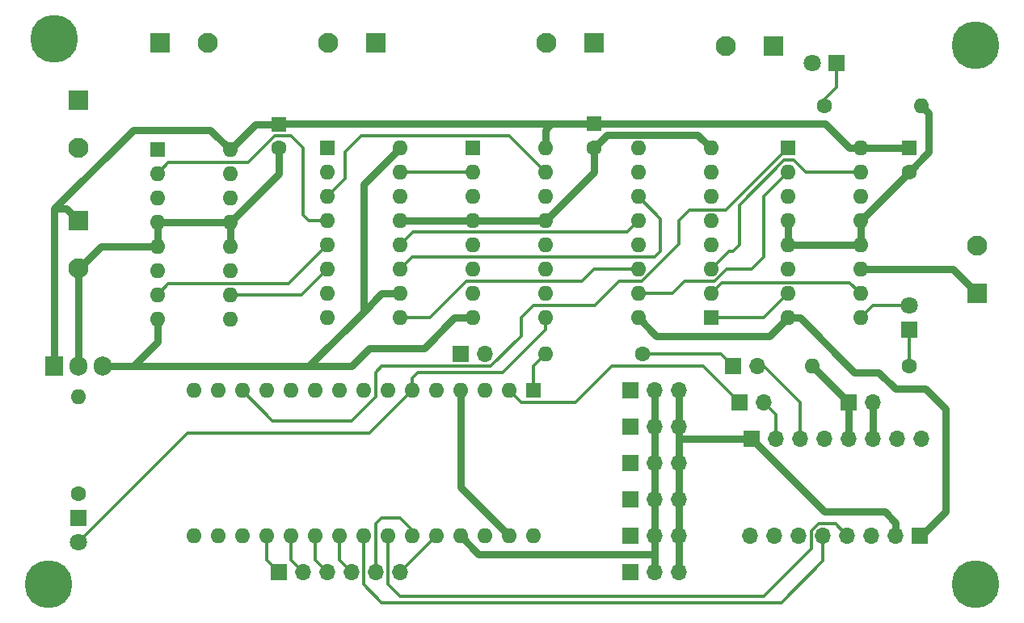
<source format=gbr>
%TF.GenerationSoftware,KiCad,Pcbnew,7.0.2-0*%
%TF.CreationDate,2023-05-15T00:05:49+08:00*%
%TF.ProjectId,____,5ffb7408-2e6b-4696-9361-645f70636258,rev?*%
%TF.SameCoordinates,Original*%
%TF.FileFunction,Copper,L2,Bot*%
%TF.FilePolarity,Positive*%
%FSLAX46Y46*%
G04 Gerber Fmt 4.6, Leading zero omitted, Abs format (unit mm)*
G04 Created by KiCad (PCBNEW 7.0.2-0) date 2023-05-15 00:05:49*
%MOMM*%
%LPD*%
G01*
G04 APERTURE LIST*
%TA.AperFunction,ComponentPad*%
%ADD10R,1.700000X1.700000*%
%TD*%
%TA.AperFunction,ComponentPad*%
%ADD11O,1.700000X1.700000*%
%TD*%
%TA.AperFunction,ComponentPad*%
%ADD12R,1.600000X1.600000*%
%TD*%
%TA.AperFunction,ComponentPad*%
%ADD13O,1.600000X1.600000*%
%TD*%
%TA.AperFunction,ComponentPad*%
%ADD14R,2.100000X2.100000*%
%TD*%
%TA.AperFunction,ComponentPad*%
%ADD15C,2.100000*%
%TD*%
%TA.AperFunction,ComponentPad*%
%ADD16C,1.600000*%
%TD*%
%TA.AperFunction,ComponentPad*%
%ADD17R,1.800000X1.800000*%
%TD*%
%TA.AperFunction,ComponentPad*%
%ADD18C,1.800000*%
%TD*%
%TA.AperFunction,ComponentPad*%
%ADD19R,1.905000X2.000000*%
%TD*%
%TA.AperFunction,ComponentPad*%
%ADD20O,1.905000X2.000000*%
%TD*%
%TA.AperFunction,ViaPad*%
%ADD21C,5.000000*%
%TD*%
%TA.AperFunction,Conductor*%
%ADD22C,0.304800*%
%TD*%
%TA.AperFunction,Conductor*%
%ADD23C,0.762000*%
%TD*%
G04 APERTURE END LIST*
D10*
%TO.P,J14,1,Pin_1*%
%TO.N,/nano_A0*%
X63500000Y-92710000D03*
D11*
%TO.P,J14,2,Pin_2*%
%TO.N,/nano_A1*%
X66040000Y-92710000D03*
%TO.P,J14,3,Pin_3*%
%TO.N,/nano_A2*%
X68580000Y-92710000D03*
%TO.P,J14,4,Pin_4*%
%TO.N,/nano_A3*%
X71120000Y-92710000D03*
%TO.P,J14,5,Pin_5*%
%TO.N,/nano_A6*%
X73660000Y-92710000D03*
%TO.P,J14,6,Pin_6*%
%TO.N,/nano_A7*%
X76200000Y-92710000D03*
%TD*%
D10*
%TO.P,J7,1,Pin_1*%
%TO.N,GND*%
X123190000Y-74930000D03*
D11*
%TO.P,J7,2,Pin_2*%
%TO.N,/esp32_GPI0*%
X125730000Y-74930000D03*
%TD*%
D12*
%TO.P,U7,1,EN1\u002C2*%
%TO.N,/motor5_speed*%
X116840000Y-48260000D03*
D13*
%TO.P,U7,2,1A*%
%TO.N,/motor5_A*%
X116840000Y-50800000D03*
%TO.P,U7,3,1Y*%
%TO.N,/shoot+*%
X116840000Y-53340000D03*
%TO.P,U7,4,GND*%
%TO.N,GND*%
X116840000Y-55880000D03*
%TO.P,U7,5,GND*%
X116840000Y-58420000D03*
%TO.P,U7,6,2Y*%
%TO.N,/shoot-*%
X116840000Y-60960000D03*
%TO.P,U7,7,2A*%
%TO.N,/motor5_B*%
X116840000Y-63500000D03*
%TO.P,U7,8,VCC2*%
%TO.N,+5V*%
X116840000Y-66040000D03*
%TO.P,U7,9,EN3\u002C4*%
%TO.N,/motor6_speed*%
X124460000Y-66040000D03*
%TO.P,U7,10,3A*%
%TO.N,/motor6_A*%
X124460000Y-63500000D03*
%TO.P,U7,11,3Y*%
%TO.N,/tilt+*%
X124460000Y-60960000D03*
%TO.P,U7,12,GND*%
%TO.N,GND*%
X124460000Y-58420000D03*
%TO.P,U7,13,GND*%
X124460000Y-55880000D03*
%TO.P,U7,14,4Y*%
%TO.N,/tilt-*%
X124460000Y-53340000D03*
%TO.P,U7,15,4A*%
%TO.N,/motor6_B*%
X124460000Y-50800000D03*
%TO.P,U7,16,VCC1*%
%TO.N,+12V*%
X124460000Y-48260000D03*
%TD*%
D14*
%TO.P,J16,1,Pin_1*%
%TO.N,/motorRF+*%
X96520000Y-37236400D03*
D15*
%TO.P,J16,2,Pin_2*%
%TO.N,/motorRF-*%
X91520000Y-37236400D03*
%TD*%
D10*
%TO.P,J4,1,Pin_1*%
%TO.N,/nano_RX*%
X111760000Y-74930000D03*
D11*
%TO.P,J4,2,Pin_2*%
%TO.N,/esp32_TX*%
X114300000Y-74930000D03*
%TD*%
D16*
%TO.P,R2,1*%
%TO.N,Net-(D1-K)*%
X42545000Y-84455000D03*
D13*
%TO.P,R2,2*%
%TO.N,GND*%
X42545000Y-74295000D03*
%TD*%
%TO.P,U3,16,VCC*%
%TO.N,+5V*%
X76200000Y-48260000D03*
%TO.P,U3,15,QA*%
%TO.N,/motor1_A*%
X76200000Y-50800000D03*
%TO.P,U3,14,SER*%
%TO.N,/signal_595*%
X76200000Y-53340000D03*
%TO.P,U3,13,~{OE}*%
%TO.N,GND*%
X76200000Y-55880000D03*
%TO.P,U3,12,RCLK*%
%TO.N,/595RCLK*%
X76200000Y-58420000D03*
%TO.P,U3,11,SRCLK*%
%TO.N,/595SCLK*%
X76200000Y-60960000D03*
%TO.P,U3,10,~{SRCLR}*%
%TO.N,+5V*%
X76200000Y-63500000D03*
%TO.P,U3,9,QH'*%
%TO.N,Net-(U3-QH')*%
X76200000Y-66040000D03*
%TO.P,U3,8,GND*%
%TO.N,GND*%
X68580000Y-66040000D03*
%TO.P,U3,7,QH*%
%TO.N,/motor4_B*%
X68580000Y-63500000D03*
%TO.P,U3,6,QG*%
%TO.N,/motor4_A*%
X68580000Y-60960000D03*
%TO.P,U3,5,QF*%
%TO.N,/motor3_B*%
X68580000Y-58420000D03*
%TO.P,U3,4,QE*%
%TO.N,/motor3_A*%
X68580000Y-55880000D03*
%TO.P,U3,3,QD*%
%TO.N,/motor2_B*%
X68580000Y-53340000D03*
%TO.P,U3,2,QC*%
%TO.N,/motor2_A*%
X68580000Y-50800000D03*
D12*
%TO.P,U3,1,QB*%
%TO.N,/motor1_B*%
X68580000Y-48260000D03*
%TD*%
D10*
%TO.P,J6,1,Pin_1*%
%TO.N,GND*%
X82550000Y-69850000D03*
D11*
%TO.P,J6,2,Pin_2*%
%TO.N,/nano_reset*%
X85090000Y-69850000D03*
%TD*%
D14*
%TO.P,J15,1,Pin_1*%
%TO.N,/motorLF+*%
X73685400Y-37236400D03*
D15*
%TO.P,J15,2,Pin_2*%
%TO.N,/motorLF-*%
X68685400Y-37236400D03*
%TD*%
D12*
%TO.P,C1,1*%
%TO.N,+12V*%
X63500000Y-45760000D03*
D16*
%TO.P,C1,2*%
%TO.N,GND*%
X63500000Y-48260000D03*
%TD*%
D14*
%TO.P,J18,1,Pin_1*%
%TO.N,/motorRB+*%
X51077100Y-37283200D03*
D15*
%TO.P,J18,2,Pin_2*%
%TO.N,/motorRB-*%
X56077100Y-37283200D03*
%TD*%
D17*
%TO.P,D3,1,K*%
%TO.N,Net-(D3-K)*%
X129540000Y-67310000D03*
D18*
%TO.P,D3,2,A*%
%TO.N,/motor6_speed*%
X129540000Y-64770000D03*
%TD*%
D12*
%TO.P,U4,1,QB*%
%TO.N,/motor5_B*%
X108800000Y-66040000D03*
D13*
%TO.P,U4,2,QC*%
%TO.N,/motor6_A*%
X108800000Y-63500000D03*
%TO.P,U4,3,QD*%
%TO.N,/motor6_B*%
X108800000Y-60960000D03*
%TO.P,U4,4,QE*%
%TO.N,unconnected-(U4-QE-Pad4)*%
X108800000Y-58420000D03*
%TO.P,U4,5,QF*%
%TO.N,unconnected-(U4-QF-Pad5)*%
X108800000Y-55880000D03*
%TO.P,U4,6,QG*%
%TO.N,unconnected-(U4-QG-Pad6)*%
X108800000Y-53340000D03*
%TO.P,U4,7,QH*%
%TO.N,unconnected-(U4-QH-Pad7)*%
X108800000Y-50800000D03*
%TO.P,U4,8,GND*%
%TO.N,GND*%
X108800000Y-48260000D03*
%TO.P,U4,9,QH'*%
%TO.N,unconnected-(U4-QH'-Pad9)*%
X101180000Y-48260000D03*
%TO.P,U4,10,~{SRCLR}*%
%TO.N,+5V*%
X101180000Y-50800000D03*
%TO.P,U4,11,SRCLK*%
%TO.N,/595SCLK*%
X101180000Y-53340000D03*
%TO.P,U4,12,RCLK*%
%TO.N,/595RCLK*%
X101180000Y-55880000D03*
%TO.P,U4,13,~{OE}*%
%TO.N,GND*%
X101180000Y-58420000D03*
%TO.P,U4,14,SER*%
%TO.N,Net-(U3-QH')*%
X101180000Y-60960000D03*
%TO.P,U4,15,QA*%
%TO.N,/motor5_A*%
X101180000Y-63500000D03*
%TO.P,U4,16,VCC*%
%TO.N,+5V*%
X101180000Y-66040000D03*
%TD*%
D12*
%TO.P,C2,1*%
%TO.N,+12V*%
X129540000Y-48260000D03*
D16*
%TO.P,C2,2*%
%TO.N,GND*%
X129540000Y-50760000D03*
%TD*%
D10*
%TO.P,J3,1,Pin_1*%
%TO.N,GND*%
X113030000Y-78740000D03*
D11*
%TO.P,J3,2,Pin_2*%
%TO.N,/esp32_TX*%
X115570000Y-78740000D03*
%TO.P,J3,3,Pin_3*%
%TO.N,/esp32_RX*%
X118110000Y-78740000D03*
%TO.P,J3,4,Pin_4*%
%TO.N,unconnected-(J3-Pin_4-Pad4)*%
X120650000Y-78740000D03*
%TO.P,J3,5,Pin_5*%
%TO.N,GND*%
X123190000Y-78740000D03*
%TO.P,J3,6,Pin_6*%
%TO.N,/esp32_GPI0*%
X125730000Y-78740000D03*
%TO.P,J3,7,Pin_7*%
%TO.N,unconnected-(J3-Pin_7-Pad7)*%
X128270000Y-78740000D03*
%TO.P,J3,8,Pin_8*%
%TO.N,unconnected-(J3-Pin_8-Pad8)*%
X130810000Y-78740000D03*
%TD*%
D10*
%TO.P,J11,1,Pin_1*%
%TO.N,/nano_D9*%
X100330000Y-85090000D03*
D11*
%TO.P,J11,2,Pin_2*%
%TO.N,+5V*%
X102870000Y-85090000D03*
%TO.P,J11,3,Pin_3*%
%TO.N,GND*%
X105410000Y-85090000D03*
%TD*%
D16*
%TO.P,R4,1*%
%TO.N,Net-(D3-K)*%
X129540000Y-71120000D03*
D13*
%TO.P,R4,2*%
%TO.N,GND*%
X119380000Y-71120000D03*
%TD*%
D19*
%TO.P,U2,1,VI*%
%TO.N,+12V*%
X40005000Y-71120000D03*
D20*
%TO.P,U2,2,GND*%
%TO.N,GND*%
X42545000Y-71120000D03*
%TO.P,U2,3,VO*%
%TO.N,+5V*%
X45085000Y-71120000D03*
%TD*%
D10*
%TO.P,J2,1,Pin_1*%
%TO.N,+5V*%
X130708400Y-88849200D03*
D11*
%TO.P,J2,2,Pin_2*%
%TO.N,GND*%
X128168400Y-88849200D03*
%TO.P,J2,3,Pin_3*%
%TO.N,unconnected-(J2-Pin_3-Pad3)*%
X125628400Y-88849200D03*
%TO.P,J2,4,Pin_4*%
%TO.N,/SCL*%
X123088400Y-88849200D03*
%TO.P,J2,5,Pin_5*%
%TO.N,/SDA*%
X120548400Y-88849200D03*
%TO.P,J2,6,Pin_6*%
%TO.N,unconnected-(J2-Pin_6-Pad6)*%
X118008400Y-88849200D03*
%TO.P,J2,7,Pin_7*%
%TO.N,unconnected-(J2-Pin_7-Pad7)*%
X115468400Y-88849200D03*
%TO.P,J2,8,Pin_8*%
%TO.N,unconnected-(J2-Pin_8-Pad8)*%
X112928400Y-88849200D03*
%TD*%
D17*
%TO.P,D1,1,K*%
%TO.N,Net-(D1-K)*%
X42545000Y-86995000D03*
D18*
%TO.P,D1,2,A*%
%TO.N,/wheel_speed*%
X42545000Y-89535000D03*
%TD*%
D10*
%TO.P,J12,1,Pin_1*%
%TO.N,/nano_D12*%
X100330000Y-88900000D03*
D11*
%TO.P,J12,2,Pin_2*%
%TO.N,+5V*%
X102870000Y-88900000D03*
%TO.P,J12,3,Pin_3*%
%TO.N,GND*%
X105410000Y-88900000D03*
%TD*%
D12*
%TO.P,A1,1,D1/TX*%
%TO.N,Net-(A1-D1{slash}TX)*%
X90170000Y-73670000D03*
D13*
%TO.P,A1,2,D0/RX*%
%TO.N,/nano_RX*%
X87630000Y-73670000D03*
%TO.P,A1,3,~{RESET}*%
%TO.N,/nano_reset*%
X85090000Y-73670000D03*
%TO.P,A1,4,GND*%
%TO.N,GND*%
X82550000Y-73670000D03*
%TO.P,A1,5,D2*%
%TO.N,/nano_D2*%
X80010000Y-73670000D03*
%TO.P,A1,6,D3*%
%TO.N,/wheel_speed*%
X77470000Y-73670000D03*
%TO.P,A1,7,D4*%
%TO.N,/signal_595*%
X74930000Y-73670000D03*
%TO.P,A1,8,D5*%
%TO.N,/nano_D5*%
X72390000Y-73670000D03*
%TO.P,A1,9,D6*%
%TO.N,/nano_D6*%
X69850000Y-73670000D03*
%TO.P,A1,10,D7*%
%TO.N,/595SCLK*%
X67310000Y-73670000D03*
%TO.P,A1,11,D8*%
%TO.N,/595RCLK*%
X64770000Y-73670000D03*
%TO.P,A1,12,D9*%
%TO.N,/nano_D9*%
X62230000Y-73670000D03*
%TO.P,A1,13,D10*%
%TO.N,/motor5_speed*%
X59690000Y-73670000D03*
%TO.P,A1,14,D11*%
%TO.N,/motor6_speed*%
X57150000Y-73670000D03*
%TO.P,A1,15,D12*%
%TO.N,/nano_D12*%
X54610000Y-73670000D03*
%TO.P,A1,16,D13*%
%TO.N,/nano_D13*%
X54610000Y-88910000D03*
%TO.P,A1,17,3V3*%
%TO.N,unconnected-(A1-3V3-Pad17)*%
X57150000Y-88910000D03*
%TO.P,A1,18,AREF*%
%TO.N,unconnected-(A1-AREF-Pad18)*%
X59690000Y-88910000D03*
%TO.P,A1,19,A0*%
%TO.N,/nano_A0*%
X62230000Y-88910000D03*
%TO.P,A1,20,A1*%
%TO.N,/nano_A1*%
X64770000Y-88910000D03*
%TO.P,A1,21,A2*%
%TO.N,/nano_A2*%
X67310000Y-88910000D03*
%TO.P,A1,22,A3*%
%TO.N,/nano_A3*%
X69850000Y-88910000D03*
%TO.P,A1,23,A4*%
%TO.N,/SDA*%
X72390000Y-88910000D03*
%TO.P,A1,24,A5*%
%TO.N,/SCL*%
X74930000Y-88910000D03*
%TO.P,A1,25,A6*%
%TO.N,/nano_A6*%
X77470000Y-88910000D03*
%TO.P,A1,26,A7*%
%TO.N,/nano_A7*%
X80010000Y-88910000D03*
%TO.P,A1,27,+5V*%
%TO.N,+5V*%
X82550000Y-88910000D03*
%TO.P,A1,28,~{RESET}*%
%TO.N,unconnected-(A1-~{RESET}-Pad28)*%
X85090000Y-88910000D03*
%TO.P,A1,29,GND*%
%TO.N,GND*%
X87630000Y-88910000D03*
%TO.P,A1,30,VIN*%
%TO.N,unconnected-(A1-VIN-Pad30)*%
X90170000Y-88910000D03*
%TD*%
D16*
%TO.P,R3,1*%
%TO.N,Net-(D2-K)*%
X120650000Y-43815000D03*
D13*
%TO.P,R3,2*%
%TO.N,GND*%
X130810000Y-43815000D03*
%TD*%
D16*
%TO.P,R1,1*%
%TO.N,/nano_TX*%
X101600000Y-69850000D03*
D13*
%TO.P,R1,2*%
%TO.N,Net-(A1-D1{slash}TX)*%
X91440000Y-69850000D03*
%TD*%
D16*
%TO.P,C3,2*%
%TO.N,GND*%
X96520000Y-48220000D03*
D12*
%TO.P,C3,1*%
%TO.N,+12V*%
X96520000Y-45720000D03*
%TD*%
D10*
%TO.P,J9,1,Pin_1*%
%TO.N,/nano_D5*%
X100330000Y-77470000D03*
D11*
%TO.P,J9,2,Pin_2*%
%TO.N,+5V*%
X102870000Y-77470000D03*
%TO.P,J9,3,Pin_3*%
%TO.N,GND*%
X105410000Y-77470000D03*
%TD*%
D14*
%TO.P,J20,1,Pin_1*%
%TO.N,/tilt+*%
X136677400Y-63460000D03*
D15*
%TO.P,J20,2,Pin_2*%
%TO.N,/tilt-*%
X136677400Y-58460000D03*
%TD*%
D10*
%TO.P,J10,1,Pin_1*%
%TO.N,/nano_D6*%
X100330000Y-81280000D03*
D11*
%TO.P,J10,2,Pin_2*%
%TO.N,+5V*%
X102870000Y-81280000D03*
%TO.P,J10,3,Pin_3*%
%TO.N,GND*%
X105410000Y-81280000D03*
%TD*%
D12*
%TO.P,U5,1,EN1\u002C2*%
%TO.N,/wheel_speed*%
X50800000Y-48412400D03*
D13*
%TO.P,U5,2,1A*%
%TO.N,/motor3_A*%
X50800000Y-50952400D03*
%TO.P,U5,3,1Y*%
%TO.N,/motorLB+*%
X50800000Y-53492400D03*
%TO.P,U5,4,GND*%
%TO.N,GND*%
X50800000Y-56032400D03*
%TO.P,U5,5,GND*%
X50800000Y-58572400D03*
%TO.P,U5,6,2Y*%
%TO.N,/motorLB-*%
X50800000Y-61112400D03*
%TO.P,U5,7,2A*%
%TO.N,/motor3_B*%
X50800000Y-63652400D03*
%TO.P,U5,8,VCC2*%
%TO.N,+5V*%
X50800000Y-66192400D03*
%TO.P,U5,9,EN3\u002C4*%
%TO.N,/wheel_speed*%
X58420000Y-66192400D03*
%TO.P,U5,10,3A*%
%TO.N,/motor4_A*%
X58420000Y-63652400D03*
%TO.P,U5,11,3Y*%
%TO.N,/motorRB+*%
X58420000Y-61112400D03*
%TO.P,U5,12,GND*%
%TO.N,GND*%
X58420000Y-58572400D03*
%TO.P,U5,13,GND*%
X58420000Y-56032400D03*
%TO.P,U5,14,4Y*%
%TO.N,/motorRB-*%
X58420000Y-53492400D03*
%TO.P,U5,15,4A*%
%TO.N,/motor4_B*%
X58420000Y-50952400D03*
%TO.P,U5,16,VCC1*%
%TO.N,+12V*%
X58420000Y-48412400D03*
%TD*%
D10*
%TO.P,J13,1,Pin_1*%
%TO.N,/nano_D13*%
X100330000Y-92710000D03*
D11*
%TO.P,J13,2,Pin_2*%
%TO.N,+5V*%
X102870000Y-92710000D03*
%TO.P,J13,3,Pin_3*%
%TO.N,GND*%
X105410000Y-92710000D03*
%TD*%
D14*
%TO.P,J17,1,Pin_1*%
%TO.N,/motorLB+*%
X42545000Y-43220000D03*
D15*
%TO.P,J17,2,Pin_2*%
%TO.N,/motorLB-*%
X42545000Y-48220000D03*
%TD*%
D12*
%TO.P,U6,1,EN1\u002C2*%
%TO.N,/wheel_speed*%
X83820000Y-48260000D03*
D13*
%TO.P,U6,2,1A*%
%TO.N,/motor1_A*%
X83820000Y-50800000D03*
%TO.P,U6,3,1Y*%
%TO.N,/motorLF+*%
X83820000Y-53340000D03*
%TO.P,U6,4,GND*%
%TO.N,GND*%
X83820000Y-55880000D03*
%TO.P,U6,5,GND*%
X83820000Y-58420000D03*
%TO.P,U6,6,2Y*%
%TO.N,/motorLF-*%
X83820000Y-60960000D03*
%TO.P,U6,7,2A*%
%TO.N,/motor1_B*%
X83820000Y-63500000D03*
%TO.P,U6,8,VCC2*%
%TO.N,+5V*%
X83820000Y-66040000D03*
%TO.P,U6,9,EN3\u002C4*%
%TO.N,/wheel_speed*%
X91440000Y-66040000D03*
%TO.P,U6,10,3A*%
%TO.N,/motor2_A*%
X91440000Y-63500000D03*
%TO.P,U6,11,3Y*%
%TO.N,/motorRF+*%
X91440000Y-60960000D03*
%TO.P,U6,12,GND*%
%TO.N,GND*%
X91440000Y-58420000D03*
%TO.P,U6,13,GND*%
X91440000Y-55880000D03*
%TO.P,U6,14,4Y*%
%TO.N,/motorRF-*%
X91440000Y-53340000D03*
%TO.P,U6,15,4A*%
%TO.N,/motor2_B*%
X91440000Y-50800000D03*
%TO.P,U6,16,VCC1*%
%TO.N,+12V*%
X91440000Y-48260000D03*
%TD*%
D10*
%TO.P,J5,1,Pin_1*%
%TO.N,/nano_TX*%
X111125000Y-71120000D03*
D11*
%TO.P,J5,2,Pin_2*%
%TO.N,/esp32_RX*%
X113665000Y-71120000D03*
%TD*%
D14*
%TO.P,J1,1,Pin_1*%
%TO.N,+12V*%
X42545000Y-55880000D03*
D15*
%TO.P,J1,2,Pin_2*%
%TO.N,GND*%
X42545000Y-60880000D03*
%TD*%
D17*
%TO.P,D2,1,K*%
%TO.N,Net-(D2-K)*%
X121925000Y-39370000D03*
D18*
%TO.P,D2,2,A*%
%TO.N,/motor5_speed*%
X119385000Y-39370000D03*
%TD*%
D14*
%TO.P,J19,1,Pin_1*%
%TO.N,/shoot+*%
X115337600Y-37617400D03*
D15*
%TO.P,J19,2,Pin_2*%
%TO.N,/shoot-*%
X110337600Y-37617400D03*
%TD*%
D10*
%TO.P,J8,1,Pin_1*%
%TO.N,/nano_D2*%
X100330000Y-73660000D03*
D11*
%TO.P,J8,2,Pin_2*%
%TO.N,+5V*%
X102870000Y-73660000D03*
%TO.P,J8,3,Pin_3*%
%TO.N,GND*%
X105410000Y-73660000D03*
%TD*%
D21*
%TO.N,*%
X39370000Y-93980000D03*
X40005000Y-36830000D03*
X136525000Y-93980000D03*
X136525000Y-37465000D03*
%TD*%
D22*
%TO.N,/esp32_RX*%
X113665000Y-71120000D02*
X114300000Y-71120000D01*
X114300000Y-71120000D02*
X118110000Y-74930000D01*
X118110000Y-74930000D02*
X118110000Y-78740000D01*
%TO.N,/nano_TX*%
X111125000Y-71120000D02*
X109855000Y-69850000D01*
X109855000Y-69850000D02*
X101600000Y-69850000D01*
D23*
%TO.N,+5V*%
X130708400Y-88849200D02*
X130860800Y-88849200D01*
X128109000Y-73499000D02*
X126365000Y-71755000D01*
X126365000Y-71755000D02*
X123825000Y-71755000D01*
X130860800Y-88849200D02*
X133350000Y-86360000D01*
X123825000Y-71755000D02*
X118110000Y-66040000D01*
X133350000Y-75565000D02*
X131284000Y-73499000D01*
X133350000Y-86360000D02*
X133350000Y-75565000D01*
X131284000Y-73499000D02*
X128109000Y-73499000D01*
X118110000Y-66040000D02*
X116840000Y-66040000D01*
%TO.N,GND*%
X127000000Y-86360000D02*
X128168400Y-87528400D01*
X128168400Y-87528400D02*
X128168400Y-88849200D01*
X127000000Y-86360000D02*
X120650000Y-86360000D01*
X120650000Y-86360000D02*
X113030000Y-78740000D01*
D22*
%TO.N,/SCL*%
X120050349Y-87646800D02*
X119346000Y-88351149D01*
X119346000Y-88351149D02*
X119346000Y-90204000D01*
X121886000Y-87646800D02*
X120050349Y-87646800D01*
X119346000Y-90204000D02*
X114300000Y-95250000D01*
X123088400Y-88849200D02*
X121886000Y-87646800D01*
X114300000Y-95250000D02*
X76200000Y-95250000D01*
X74930000Y-93980000D02*
X74930000Y-88910000D01*
X76200000Y-95250000D02*
X74930000Y-93980000D01*
%TO.N,/SDA*%
X72390000Y-88910000D02*
X72390000Y-93980000D01*
X72390000Y-93980000D02*
X74295000Y-95885000D01*
X74295000Y-95885000D02*
X116205000Y-95885000D01*
X116205000Y-95885000D02*
X120548400Y-91541600D01*
X120548400Y-91541600D02*
X120548400Y-88849200D01*
%TO.N,Net-(A1-D1{slash}TX)*%
X90170000Y-71120000D02*
X91440000Y-69850000D01*
X90170000Y-73670000D02*
X90170000Y-71120000D01*
%TO.N,/nano_RX*%
X94615000Y-74930000D02*
X98425000Y-71120000D01*
X88890000Y-74930000D02*
X94615000Y-74930000D01*
X107950000Y-71120000D02*
X111760000Y-74930000D01*
X87630000Y-73670000D02*
X88890000Y-74930000D01*
X98425000Y-71120000D02*
X107950000Y-71120000D01*
D23*
%TO.N,GND*%
X82550000Y-83830000D02*
X87630000Y-88910000D01*
X96520000Y-50800000D02*
X91440000Y-55880000D01*
X63500000Y-48260000D02*
X63500000Y-50952400D01*
X124460000Y-58420000D02*
X116840000Y-58420000D01*
X116840000Y-55880000D02*
X116840000Y-58420000D01*
X129540000Y-50760000D02*
X131609999Y-48690001D01*
X76200000Y-55880000D02*
X83820000Y-55880000D01*
X107419000Y-46879000D02*
X97861000Y-46879000D01*
X50800000Y-58572400D02*
X50800000Y-56032400D01*
X119380000Y-71120000D02*
X123190000Y-74930000D01*
X131609999Y-48690001D02*
X131609999Y-44614999D01*
X83820000Y-55880000D02*
X91440000Y-55880000D01*
X50800000Y-58572400D02*
X44932600Y-58572400D01*
X50800000Y-56032400D02*
X58420000Y-56032400D01*
X123190000Y-74930000D02*
X123190000Y-78740000D01*
X129540000Y-50760000D02*
X129540000Y-50800000D01*
X44932600Y-58572400D02*
X42545000Y-60960000D01*
X131609999Y-44614999D02*
X130810000Y-43815000D01*
X105410000Y-78740000D02*
X105410000Y-73660000D01*
X108800000Y-48260000D02*
X107419000Y-46879000D01*
X82550000Y-73670000D02*
X82550000Y-83830000D01*
X58420000Y-56032400D02*
X58420000Y-58572400D01*
X129540000Y-50800000D02*
X124460000Y-55880000D01*
X113030000Y-78740000D02*
X105410000Y-78740000D01*
X124460000Y-55880000D02*
X124460000Y-58420000D01*
X105410000Y-92710000D02*
X105410000Y-78740000D01*
X42545000Y-60960000D02*
X42545000Y-71120000D01*
X96520000Y-48220000D02*
X96520000Y-50800000D01*
X97861000Y-46879000D02*
X96520000Y-48220000D01*
X63500000Y-50952400D02*
X58420000Y-56032400D01*
D22*
%TO.N,/wheel_speed*%
X91440000Y-66040000D02*
X91440000Y-67310000D01*
X42545000Y-89535000D02*
X53975000Y-78105000D01*
X86995000Y-71755000D02*
X78105000Y-71755000D01*
X53975000Y-78105000D02*
X73035000Y-78105000D01*
X78105000Y-71755000D02*
X77470000Y-72390000D01*
X91440000Y-67310000D02*
X86995000Y-71755000D01*
X73035000Y-78105000D02*
X77470000Y-73670000D01*
X77470000Y-72390000D02*
X77470000Y-73670000D01*
%TO.N,/595SCLK*%
X101180000Y-53340000D02*
X103505000Y-55665000D01*
X103505000Y-55665000D02*
X103505000Y-59055000D01*
X77470000Y-59690000D02*
X76200000Y-60960000D01*
X103505000Y-59055000D02*
X102870000Y-59690000D01*
X102870000Y-59690000D02*
X77470000Y-59690000D01*
%TO.N,/595RCLK*%
X101180000Y-55880000D02*
X100027600Y-57032400D01*
X77587600Y-57032400D02*
X76200000Y-58420000D01*
X100027600Y-57032400D02*
X77587600Y-57032400D01*
%TO.N,/motor5_speed*%
X88900000Y-66040000D02*
X90170000Y-64770000D01*
X90170000Y-64770000D02*
X96598896Y-64770000D01*
X62855000Y-76835000D02*
X71120000Y-76835000D01*
X105410000Y-58359740D02*
X105410000Y-55880000D01*
X88900000Y-67945000D02*
X88900000Y-66040000D01*
X96598896Y-64770000D02*
X99138896Y-62230000D01*
X73660000Y-74295000D02*
X73660000Y-71755000D01*
X110372400Y-54727600D02*
X116840000Y-48260000D01*
X73660000Y-71755000D02*
X74295000Y-71120000D01*
X106562400Y-54727600D02*
X110372400Y-54727600D01*
X74295000Y-71120000D02*
X85725000Y-71120000D01*
X59690000Y-73670000D02*
X62855000Y-76835000D01*
X85725000Y-71120000D02*
X88900000Y-67945000D01*
X101539740Y-62230000D02*
X105410000Y-58359740D01*
X71120000Y-76835000D02*
X73660000Y-74295000D01*
X105410000Y-55880000D02*
X106562400Y-54727600D01*
X99138896Y-62230000D02*
X101539740Y-62230000D01*
%TO.N,/motor6_speed*%
X129540000Y-64770000D02*
X125730000Y-64770000D01*
X125730000Y-64770000D02*
X124460000Y-66040000D01*
%TO.N,/nano_A0*%
X62230000Y-91440000D02*
X63500000Y-92710000D01*
X62230000Y-88910000D02*
X62230000Y-91440000D01*
%TO.N,/nano_A1*%
X64770000Y-88910000D02*
X64770000Y-91440000D01*
X64770000Y-91440000D02*
X66040000Y-92710000D01*
%TO.N,/nano_A2*%
X67310000Y-88910000D02*
X67310000Y-91440000D01*
X67310000Y-91440000D02*
X68580000Y-92710000D01*
%TO.N,/nano_A3*%
X69850000Y-91440000D02*
X71120000Y-92710000D01*
X69850000Y-88910000D02*
X69850000Y-91440000D01*
%TO.N,/nano_A6*%
X77470000Y-88265000D02*
X77470000Y-88910000D01*
X73660000Y-87630000D02*
X74295000Y-86995000D01*
X73660000Y-92710000D02*
X73660000Y-87630000D01*
X76200000Y-86995000D02*
X74295000Y-86995000D01*
X76200000Y-86995000D02*
X77470000Y-88265000D01*
%TO.N,/nano_A7*%
X76200000Y-92710000D02*
X80000000Y-88910000D01*
X80000000Y-88910000D02*
X80010000Y-88910000D01*
D23*
%TO.N,+5V*%
X76200000Y-63500000D02*
X74295000Y-63500000D01*
X101180000Y-66040000D02*
X103085000Y-67945000D01*
X74295000Y-63500000D02*
X72390000Y-65405000D01*
X84445000Y-90805000D02*
X82550000Y-88910000D01*
X73025000Y-69215000D02*
X71120000Y-71120000D01*
X71120000Y-71120000D02*
X66675000Y-71120000D01*
X114935000Y-67945000D02*
X116840000Y-66040000D01*
X83820000Y-66040000D02*
X81915000Y-66040000D01*
X102870000Y-90805000D02*
X84445000Y-90805000D01*
X72390000Y-65405000D02*
X66675000Y-71120000D01*
X102870000Y-73660000D02*
X102870000Y-90805000D01*
X102870000Y-90805000D02*
X102870000Y-92710000D01*
X81915000Y-66040000D02*
X78740000Y-69215000D01*
X78740000Y-69215000D02*
X73025000Y-69215000D01*
X45085000Y-71120000D02*
X48260000Y-71120000D01*
X76200000Y-48260000D02*
X72390000Y-52070000D01*
X72390000Y-52070000D02*
X72390000Y-65405000D01*
X48260000Y-71120000D02*
X50800000Y-68580000D01*
X103085000Y-67945000D02*
X114935000Y-67945000D01*
X66675000Y-71120000D02*
X45085000Y-71120000D01*
X50800000Y-68580000D02*
X50800000Y-66192400D01*
%TO.N,+12V*%
X40005000Y-54610000D02*
X40005000Y-71120000D01*
X123328630Y-48260000D02*
X120788630Y-45720000D01*
X124460000Y-48260000D02*
X123328630Y-48260000D01*
X92075000Y-45720000D02*
X96520000Y-45720000D01*
X92075000Y-45720000D02*
X63540000Y-45720000D01*
X58420000Y-48412400D02*
X56362600Y-46355000D01*
X63540000Y-45720000D02*
X63500000Y-45760000D01*
X41275000Y-54610000D02*
X42545000Y-55880000D01*
X48260000Y-46355000D02*
X40005000Y-54610000D01*
X40005000Y-54610000D02*
X41275000Y-54610000D01*
X58420000Y-48412400D02*
X61072400Y-45760000D01*
X56362600Y-46355000D02*
X48260000Y-46355000D01*
X129540000Y-48260000D02*
X124460000Y-48260000D01*
X91440000Y-48260000D02*
X91440000Y-46355000D01*
X120788630Y-45720000D02*
X96520000Y-45720000D01*
X91440000Y-46355000D02*
X92075000Y-45720000D01*
X61072400Y-45760000D02*
X63500000Y-45760000D01*
D22*
%TO.N,/motor1_A*%
X76200000Y-50800000D02*
X83820000Y-50800000D01*
%TO.N,/motor2_B*%
X70485000Y-48659800D02*
X72154800Y-46990000D01*
X70485000Y-51435000D02*
X70485000Y-48659800D01*
X72154800Y-46990000D02*
X87630000Y-46990000D01*
X68580000Y-53340000D02*
X70485000Y-51435000D01*
X87630000Y-46990000D02*
X91440000Y-50800000D01*
%TO.N,/motor3_A*%
X66675000Y-55880000D02*
X68580000Y-55880000D01*
X60325000Y-49800000D02*
X63135000Y-46990000D01*
X63135000Y-46990000D02*
X64770000Y-46990000D01*
X66040000Y-55245000D02*
X66675000Y-55880000D01*
X66040000Y-48260000D02*
X66040000Y-55245000D01*
X50800000Y-50952400D02*
X51952400Y-49800000D01*
X64770000Y-46990000D02*
X66040000Y-48260000D01*
X51952400Y-49800000D02*
X60325000Y-49800000D01*
%TO.N,/motor3_B*%
X50800000Y-63652400D02*
X51952400Y-62500000D01*
X51952400Y-62500000D02*
X64500000Y-62500000D01*
X64500000Y-62500000D02*
X68580000Y-58420000D01*
%TO.N,/motor4_A*%
X58420000Y-63652400D02*
X65887600Y-63652400D01*
X65887600Y-63652400D02*
X68580000Y-60960000D01*
%TO.N,/motor5_B*%
X116840000Y-63500000D02*
X114300000Y-66040000D01*
X114300000Y-66040000D02*
X108800000Y-66040000D01*
%TO.N,/motor6_A*%
X123307600Y-62347600D02*
X124460000Y-63500000D01*
X108800000Y-63500000D02*
X109952400Y-62347600D01*
X109952400Y-62347600D02*
X123307600Y-62347600D01*
%TO.N,/motor6_B*%
X124460000Y-50800000D02*
X118745000Y-50800000D01*
X118745000Y-50800000D02*
X117475000Y-49530000D01*
X117475000Y-49530000D02*
X116480260Y-49530000D01*
X111760000Y-58420000D02*
X111125000Y-59055000D01*
X116480260Y-49530000D02*
X111760000Y-54250260D01*
X111760000Y-54250260D02*
X111760000Y-58420000D01*
X111125000Y-59055000D02*
X110705000Y-59055000D01*
X110705000Y-59055000D02*
X108800000Y-60960000D01*
%TO.N,/motor5_A*%
X110429740Y-60960000D02*
X109159740Y-62230000D01*
X113030000Y-60960000D02*
X110429740Y-60960000D01*
X114300000Y-59690000D02*
X113030000Y-60960000D01*
X109159740Y-62230000D02*
X106045000Y-62230000D01*
X116840000Y-50800000D02*
X114300000Y-53340000D01*
X114300000Y-53340000D02*
X114300000Y-59690000D01*
X104775000Y-63500000D02*
X101180000Y-63500000D01*
X106045000Y-62230000D02*
X104775000Y-63500000D01*
D23*
%TO.N,/tilt+*%
X124460000Y-60960000D02*
X134177400Y-60960000D01*
X134177400Y-60960000D02*
X136677400Y-63460000D01*
D22*
%TO.N,Net-(D2-K)*%
X121920000Y-39375000D02*
X121920000Y-41910000D01*
X121920000Y-41910000D02*
X120650000Y-43180000D01*
X121925000Y-39370000D02*
X121920000Y-39375000D01*
%TO.N,Net-(D3-K)*%
X129540000Y-71120000D02*
X129540000Y-67310000D01*
D23*
%TO.N,/esp32_GPI0*%
X125730000Y-78740000D02*
X125730000Y-74930000D01*
D22*
%TO.N,/esp32_TX*%
X114300000Y-74930000D02*
X115570000Y-76200000D01*
X115570000Y-76200000D02*
X115570000Y-78740000D01*
%TO.N,Net-(U3-QH')*%
X95250000Y-62230000D02*
X83185000Y-62230000D01*
X101180000Y-60960000D02*
X96520000Y-60960000D01*
X96520000Y-60960000D02*
X95250000Y-62230000D01*
X79375000Y-66040000D02*
X76200000Y-66040000D01*
X83185000Y-62230000D02*
X79375000Y-66040000D01*
%TD*%
M02*

</source>
